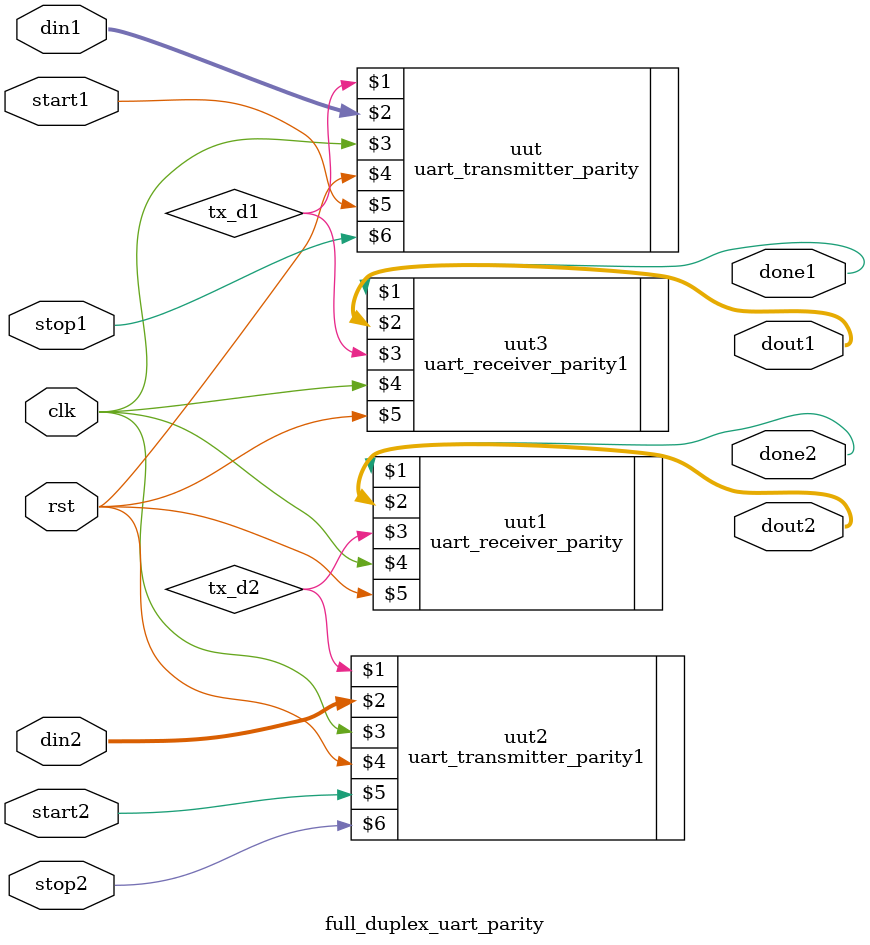
<source format=v>
module full_duplex_uart_parity(output done1,output done2,output [7:0] dout1,output [7:0] dout2,input[7:0] din1,input [7:0] din2,input clk,input rst,input start1,input stop1,input start2,input stop2);
  wire tx_d1,tx_d2,out;
  uart_transmitter_parity uut(
    tx_d1, 
    din1,
    clk,
    rst,
    start1,
    stop1);
 uart_receiver_parity uut1(
    done2,
    dout2,
    tx_d2,
    clk,
    rst
 );
 uart_transmitter_parity1 uut2(tx_d2,din2,clk,rst,start2,stop2);
 uart_receiver_parity1 uut3(done1,dout1,tx_d1,clk,rst);
endmodule
</source>
